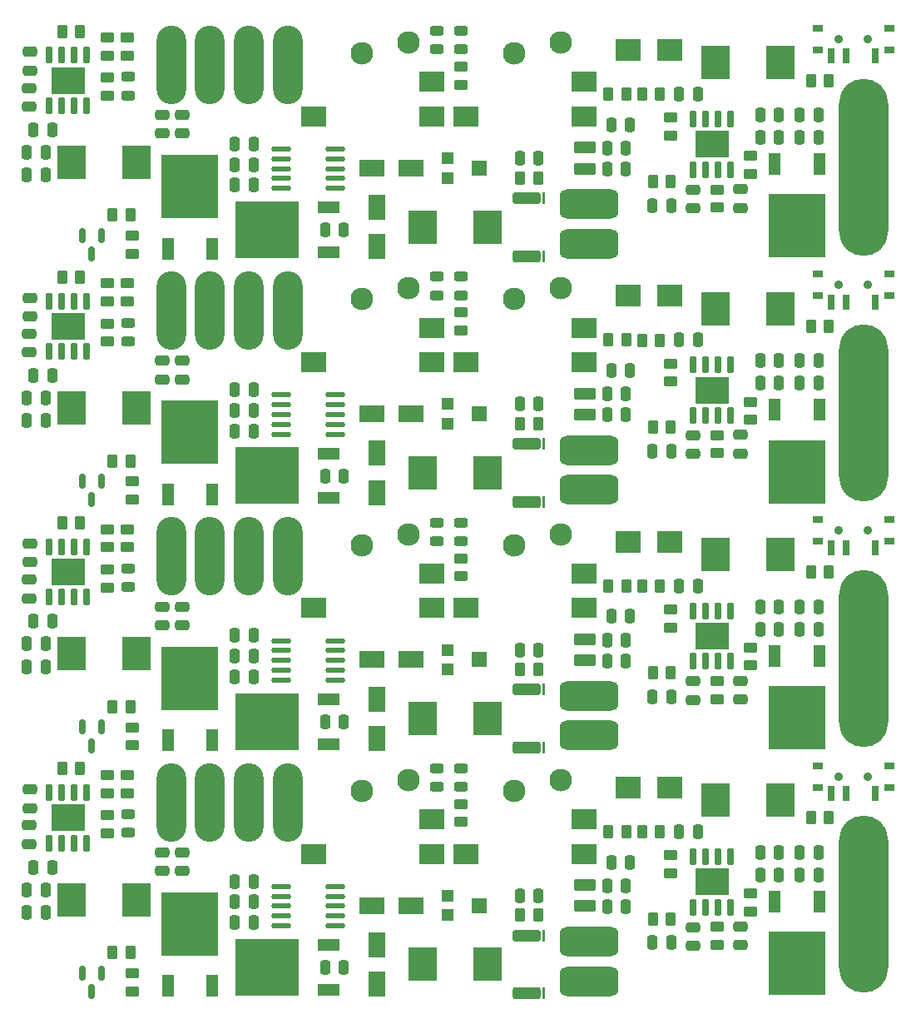
<source format=gbr>
%TF.GenerationSoftware,KiCad,Pcbnew,(6.0.7)*%
%TF.CreationDate,2023-02-24T04:41:47+08:00*%
%TF.ProjectId,PowerPanelization,506f7765-7250-4616-9e65-6c697a617469,rev?*%
%TF.SameCoordinates,Original*%
%TF.FileFunction,Soldermask,Top*%
%TF.FilePolarity,Negative*%
%FSLAX46Y46*%
G04 Gerber Fmt 4.6, Leading zero omitted, Abs format (unit mm)*
G04 Created by KiCad (PCBNEW (6.0.7)) date 2023-02-24 04:41:47*
%MOMM*%
%LPD*%
G01*
G04 APERTURE LIST*
G04 Aperture macros list*
%AMRoundRect*
0 Rectangle with rounded corners*
0 $1 Rounding radius*
0 $2 $3 $4 $5 $6 $7 $8 $9 X,Y pos of 4 corners*
0 Add a 4 corners polygon primitive as box body*
4,1,4,$2,$3,$4,$5,$6,$7,$8,$9,$2,$3,0*
0 Add four circle primitives for the rounded corners*
1,1,$1+$1,$2,$3*
1,1,$1+$1,$4,$5*
1,1,$1+$1,$6,$7*
1,1,$1+$1,$8,$9*
0 Add four rect primitives between the rounded corners*
20,1,$1+$1,$2,$3,$4,$5,0*
20,1,$1+$1,$4,$5,$6,$7,0*
20,1,$1+$1,$6,$7,$8,$9,0*
20,1,$1+$1,$8,$9,$2,$3,0*%
G04 Aperture macros list end*
%ADD10RoundRect,0.250000X-0.450000X0.262500X-0.450000X-0.262500X0.450000X-0.262500X0.450000X0.262500X0*%
%ADD11RoundRect,0.250000X-0.475000X0.250000X-0.475000X-0.250000X0.475000X-0.250000X0.475000X0.250000X0*%
%ADD12RoundRect,0.250000X0.450000X-0.262500X0.450000X0.262500X-0.450000X0.262500X-0.450000X-0.262500X0*%
%ADD13RoundRect,0.250000X-0.262500X-0.450000X0.262500X-0.450000X0.262500X0.450000X-0.262500X0.450000X0*%
%ADD14RoundRect,0.243750X-0.456250X0.243750X-0.456250X-0.243750X0.456250X-0.243750X0.456250X0.243750X0*%
%ADD15RoundRect,0.250000X0.475000X-0.250000X0.475000X0.250000X-0.475000X0.250000X-0.475000X-0.250000X0*%
%ADD16C,2.300000*%
%ADD17R,2.500000X2.000000*%
%ADD18RoundRect,0.250000X0.250000X0.475000X-0.250000X0.475000X-0.250000X-0.475000X0.250000X-0.475000X0*%
%ADD19RoundRect,0.250000X0.262500X0.450000X-0.262500X0.450000X-0.262500X-0.450000X0.262500X-0.450000X0*%
%ADD20RoundRect,0.250000X-0.850000X0.375000X-0.850000X-0.375000X0.850000X-0.375000X0.850000X0.375000X0*%
%ADD21R,3.000000X3.500000*%
%ADD22R,3.400000X2.710000*%
%ADD23RoundRect,0.150000X-0.150000X0.737500X-0.150000X-0.737500X0.150000X-0.737500X0.150000X0.737500X0*%
%ADD24R,1.200000X2.200000*%
%ADD25R,5.800000X6.400000*%
%ADD26RoundRect,0.250000X-0.250000X-0.475000X0.250000X-0.475000X0.250000X0.475000X-0.250000X0.475000X0*%
%ADD27RoundRect,0.150000X0.150000X-0.737500X0.150000X0.737500X-0.150000X0.737500X-0.150000X-0.737500X0*%
%ADD28RoundRect,0.750000X-2.250000X0.750000X-2.250000X-0.750000X2.250000X-0.750000X2.250000X0.750000X0*%
%ADD29O,3.000000X8.000000*%
%ADD30R,1.800000X2.500000*%
%ADD31O,5.000000X18.000000*%
%ADD32RoundRect,0.250000X1.159000X-0.362500X1.159000X0.362500X-1.159000X0.362500X-1.159000X-0.362500X0*%
%ADD33RoundRect,0.051837X0.075163X-0.560663X0.075163X0.560663X-0.075163X0.560663X-0.075163X-0.560663X0*%
%ADD34RoundRect,0.246123X1.162877X-0.356877X1.162877X0.356877X-1.162877X0.356877X-1.162877X-0.356877X0*%
%ADD35R,2.200000X1.200000*%
%ADD36R,6.400000X5.800000*%
%ADD37R,1.000000X0.800000*%
%ADD38C,0.900000*%
%ADD39R,0.700000X1.500000*%
%ADD40R,1.200000X1.200000*%
%ADD41R,1.500000X1.600000*%
%ADD42RoundRect,0.243750X0.456250X-0.243750X0.456250X0.243750X-0.456250X0.243750X-0.456250X-0.243750X0*%
%ADD43RoundRect,0.150000X-0.150000X0.587500X-0.150000X-0.587500X0.150000X-0.587500X0.150000X0.587500X0*%
%ADD44R,2.500000X1.800000*%
%ADD45R,2.500000X2.300000*%
%ADD46O,2.031000X0.560000*%
G04 APERTURE END LIST*
D10*
%TO.C,R2*%
X107330000Y-152837500D03*
X107330000Y-154662500D03*
%TD*%
D11*
%TO.C,C20*%
X169230000Y-148100000D03*
X169230000Y-150000000D03*
%TD*%
D12*
%TO.C,R8*%
X106830000Y-134512500D03*
X106830000Y-132687500D03*
%TD*%
%TO.C,R9*%
X104830000Y-134512500D03*
X104830000Y-132687500D03*
%TD*%
D13*
%TO.C,R12*%
X160317500Y-147300000D03*
X162142500Y-147300000D03*
%TD*%
D12*
%TO.C,R14*%
X170230000Y-146550000D03*
X170230000Y-144725000D03*
%TD*%
D14*
%TO.C,D2*%
X138330000Y-132012500D03*
X138330000Y-133887500D03*
%TD*%
D15*
%TO.C,C8*%
X96830000Y-139700000D03*
X96830000Y-137800000D03*
%TD*%
D16*
%TO.C,DC2*%
X146200000Y-134300000D03*
X150930000Y-133200000D03*
D17*
X141280000Y-140700000D03*
X153280000Y-140700000D03*
X153280000Y-137200000D03*
%TD*%
D18*
%TO.C,C17*%
X164880000Y-138450000D03*
X162980000Y-138450000D03*
%TD*%
D19*
%TO.C,R16*%
X161050000Y-138460000D03*
X159225000Y-138460000D03*
%TD*%
D13*
%TO.C,R7*%
X176417500Y-137050000D03*
X178242500Y-137050000D03*
%TD*%
D20*
%TO.C,L4*%
X153430000Y-143875000D03*
X153430000Y-146025000D03*
%TD*%
D21*
%TO.C,L1*%
X136928000Y-151950000D03*
X143532000Y-151950000D03*
%TD*%
D22*
%TO.C,U3*%
X166330000Y-143550000D03*
D23*
X168235000Y-140987500D03*
X166965000Y-140987500D03*
X165695000Y-140987500D03*
X164425000Y-140987500D03*
X164425000Y-146112500D03*
X165695000Y-146112500D03*
X166965000Y-146112500D03*
X168235000Y-146112500D03*
%TD*%
D18*
%TO.C,C2*%
X119680000Y-143500000D03*
X117780000Y-143500000D03*
%TD*%
D11*
%TO.C,C19*%
X164430000Y-148150000D03*
X164430000Y-150050000D03*
%TD*%
D19*
%TO.C,R6*%
X102042500Y-132050000D03*
X100217500Y-132050000D03*
%TD*%
D10*
%TO.C,R10*%
X104830000Y-136775000D03*
X104830000Y-138600000D03*
%TD*%
D19*
%TO.C,R1*%
X107142500Y-150750000D03*
X105317500Y-150750000D03*
%TD*%
D24*
%TO.C,Q1*%
X110950000Y-154150000D03*
D25*
X113230000Y-147850000D03*
D24*
X115510000Y-154150000D03*
%TD*%
D26*
%TO.C,C4*%
X126980000Y-152275000D03*
X128880000Y-152275000D03*
%TD*%
D19*
%TO.C,R5*%
X148642500Y-146950000D03*
X146817500Y-146950000D03*
%TD*%
D21*
%TO.C,L3*%
X173332000Y-135250000D03*
X166728000Y-135250000D03*
%TD*%
D26*
%TO.C,C15*%
X175280000Y-140550000D03*
X177180000Y-140550000D03*
%TD*%
D18*
%TO.C,C7*%
X99180000Y-142050000D03*
X97280000Y-142050000D03*
%TD*%
D22*
%TO.C,U2*%
X100825000Y-137050000D03*
D27*
X98920000Y-139612500D03*
X100190000Y-139612500D03*
X101460000Y-139612500D03*
X102730000Y-139612500D03*
X102730000Y-134487500D03*
X101460000Y-134487500D03*
X100190000Y-134487500D03*
X98920000Y-134487500D03*
%TD*%
D28*
%TO.C,BT1*%
X153830000Y-149650000D03*
X153830000Y-153650000D03*
%TD*%
D29*
%TO.C,J2*%
X111290000Y-135450000D03*
X115250000Y-135450000D03*
X119210000Y-135450000D03*
X123170000Y-135450000D03*
%TD*%
D26*
%TO.C,C21*%
X156080000Y-141550000D03*
X157980000Y-141550000D03*
%TD*%
D30*
%TO.C,D3*%
X132230000Y-153950000D03*
X132230000Y-149950000D03*
%TD*%
D18*
%TO.C,C13*%
X173130000Y-140550000D03*
X171230000Y-140550000D03*
%TD*%
%TO.C,C6*%
X98530000Y-144350000D03*
X96630000Y-144350000D03*
%TD*%
D19*
%TO.C,R15*%
X157630000Y-138450000D03*
X155805000Y-138450000D03*
%TD*%
D31*
%TO.C,J1*%
X181730000Y-145850000D03*
%TD*%
D18*
%TO.C,C1*%
X119680000Y-145600000D03*
X117780000Y-145600000D03*
%TD*%
D24*
%TO.C,Q4*%
X177310000Y-145550000D03*
D25*
X175030000Y-151850000D03*
D24*
X172750000Y-145550000D03*
%TD*%
D18*
%TO.C,C14*%
X173130000Y-142850000D03*
X171230000Y-142850000D03*
%TD*%
D32*
%TO.C,R4*%
X147464000Y-154912500D03*
D33*
X149254000Y-154912500D03*
X149254000Y-148997000D03*
D34*
X147464000Y-148997000D03*
%TD*%
D26*
%TO.C,C18*%
X160280000Y-149750000D03*
X162180000Y-149750000D03*
%TD*%
D35*
%TO.C,Q3*%
X127330000Y-154530000D03*
D36*
X121030000Y-152250000D03*
D35*
X127330000Y-149970000D03*
%TD*%
D18*
%TO.C,C3*%
X119695000Y-147700000D03*
X117795000Y-147700000D03*
%TD*%
D26*
%TO.C,C16*%
X175280000Y-142850000D03*
X177180000Y-142850000D03*
%TD*%
%TO.C,C22*%
X155680000Y-143950000D03*
X157580000Y-143950000D03*
%TD*%
D37*
%TO.C,SW1*%
X177080000Y-131720000D03*
X177080000Y-133930000D03*
X184380000Y-133930000D03*
D38*
X182230000Y-132820000D03*
D37*
X184380000Y-131720000D03*
D38*
X179230000Y-132820000D03*
D39*
X182980000Y-134580000D03*
X179980000Y-134580000D03*
X178480000Y-134580000D03*
%TD*%
D12*
%TO.C,R13*%
X166830000Y-149962500D03*
X166830000Y-148137500D03*
%TD*%
D40*
%TO.C,RV1*%
X139430000Y-144950000D03*
D41*
X142680000Y-145950000D03*
D40*
X139430000Y-146950000D03*
%TD*%
D18*
%TO.C,C5*%
X98530000Y-146650000D03*
X96630000Y-146650000D03*
%TD*%
D42*
%TO.C,D5*%
X106930000Y-138562500D03*
X106930000Y-136687500D03*
%TD*%
D10*
%TO.C,R3*%
X140830000Y-135637500D03*
X140830000Y-137462500D03*
%TD*%
D11*
%TO.C,C12*%
X110430000Y-140550000D03*
X110430000Y-142450000D03*
%TD*%
D43*
%TO.C,Q2*%
X104180000Y-152812500D03*
X102280000Y-152812500D03*
X103230000Y-154687500D03*
%TD*%
D44*
%TO.C,D4*%
X135730000Y-145950000D03*
X131730000Y-145950000D03*
%TD*%
D45*
%TO.C,D6*%
X157780000Y-133950000D03*
X162080000Y-133950000D03*
%TD*%
D16*
%TO.C,DC1*%
X130725000Y-134300000D03*
X135455000Y-133200000D03*
D17*
X125805000Y-140700000D03*
X137805000Y-140700000D03*
X137805000Y-137200000D03*
%TD*%
D21*
%TO.C,L2*%
X101128000Y-145350000D03*
X107732000Y-145350000D03*
%TD*%
D11*
%TO.C,C11*%
X112430000Y-140550000D03*
X112430000Y-142450000D03*
%TD*%
D18*
%TO.C,C9*%
X148680000Y-144950000D03*
X146780000Y-144950000D03*
%TD*%
D14*
%TO.C,D1*%
X140780000Y-132012500D03*
X140780000Y-133887500D03*
%TD*%
D11*
%TO.C,C10*%
X96930000Y-134150000D03*
X96930000Y-136050000D03*
%TD*%
D10*
%TO.C,R11*%
X162130000Y-140837500D03*
X162130000Y-142662500D03*
%TD*%
D46*
%TO.C,U1*%
X127996000Y-148025000D03*
X127996000Y-147025000D03*
X127996000Y-146025000D03*
X127996000Y-145025000D03*
X127996000Y-144025000D03*
X122464000Y-144025000D03*
X122464000Y-145025000D03*
X122464000Y-146025000D03*
X122464000Y-147025000D03*
X122464000Y-148025000D03*
%TD*%
D26*
%TO.C,C23*%
X155680000Y-146050000D03*
X157580000Y-146050000D03*
%TD*%
D10*
%TO.C,R2*%
X107330000Y-127837500D03*
X107330000Y-129662500D03*
%TD*%
D11*
%TO.C,C20*%
X169230000Y-123100000D03*
X169230000Y-125000000D03*
%TD*%
D12*
%TO.C,R8*%
X106830000Y-109512500D03*
X106830000Y-107687500D03*
%TD*%
%TO.C,R9*%
X104830000Y-109512500D03*
X104830000Y-107687500D03*
%TD*%
D13*
%TO.C,R12*%
X160317500Y-122300000D03*
X162142500Y-122300000D03*
%TD*%
D12*
%TO.C,R14*%
X170230000Y-121550000D03*
X170230000Y-119725000D03*
%TD*%
D14*
%TO.C,D2*%
X138330000Y-107012500D03*
X138330000Y-108887500D03*
%TD*%
D15*
%TO.C,C8*%
X96830000Y-114700000D03*
X96830000Y-112800000D03*
%TD*%
D16*
%TO.C,DC2*%
X146200000Y-109300000D03*
X150930000Y-108200000D03*
D17*
X141280000Y-115700000D03*
X153280000Y-115700000D03*
X153280000Y-112200000D03*
%TD*%
D18*
%TO.C,C17*%
X164880000Y-113450000D03*
X162980000Y-113450000D03*
%TD*%
D19*
%TO.C,R16*%
X161050000Y-113460000D03*
X159225000Y-113460000D03*
%TD*%
D13*
%TO.C,R7*%
X176417500Y-112050000D03*
X178242500Y-112050000D03*
%TD*%
D20*
%TO.C,L4*%
X153430000Y-118875000D03*
X153430000Y-121025000D03*
%TD*%
D21*
%TO.C,L1*%
X136928000Y-126950000D03*
X143532000Y-126950000D03*
%TD*%
D22*
%TO.C,U3*%
X166330000Y-118550000D03*
D23*
X168235000Y-115987500D03*
X166965000Y-115987500D03*
X165695000Y-115987500D03*
X164425000Y-115987500D03*
X164425000Y-121112500D03*
X165695000Y-121112500D03*
X166965000Y-121112500D03*
X168235000Y-121112500D03*
%TD*%
D18*
%TO.C,C2*%
X119680000Y-118500000D03*
X117780000Y-118500000D03*
%TD*%
D11*
%TO.C,C19*%
X164430000Y-123150000D03*
X164430000Y-125050000D03*
%TD*%
D19*
%TO.C,R6*%
X102042500Y-107050000D03*
X100217500Y-107050000D03*
%TD*%
D10*
%TO.C,R10*%
X104830000Y-111775000D03*
X104830000Y-113600000D03*
%TD*%
D19*
%TO.C,R1*%
X107142500Y-125750000D03*
X105317500Y-125750000D03*
%TD*%
D24*
%TO.C,Q1*%
X110950000Y-129150000D03*
D25*
X113230000Y-122850000D03*
D24*
X115510000Y-129150000D03*
%TD*%
D26*
%TO.C,C4*%
X126980000Y-127275000D03*
X128880000Y-127275000D03*
%TD*%
D19*
%TO.C,R5*%
X148642500Y-121950000D03*
X146817500Y-121950000D03*
%TD*%
D21*
%TO.C,L3*%
X173332000Y-110250000D03*
X166728000Y-110250000D03*
%TD*%
D26*
%TO.C,C15*%
X175280000Y-115550000D03*
X177180000Y-115550000D03*
%TD*%
D18*
%TO.C,C7*%
X99180000Y-117050000D03*
X97280000Y-117050000D03*
%TD*%
D22*
%TO.C,U2*%
X100825000Y-112050000D03*
D27*
X98920000Y-114612500D03*
X100190000Y-114612500D03*
X101460000Y-114612500D03*
X102730000Y-114612500D03*
X102730000Y-109487500D03*
X101460000Y-109487500D03*
X100190000Y-109487500D03*
X98920000Y-109487500D03*
%TD*%
D28*
%TO.C,BT1*%
X153830000Y-124650000D03*
X153830000Y-128650000D03*
%TD*%
D29*
%TO.C,J2*%
X111290000Y-110450000D03*
X115250000Y-110450000D03*
X119210000Y-110450000D03*
X123170000Y-110450000D03*
%TD*%
D26*
%TO.C,C21*%
X156080000Y-116550000D03*
X157980000Y-116550000D03*
%TD*%
D30*
%TO.C,D3*%
X132230000Y-128950000D03*
X132230000Y-124950000D03*
%TD*%
D18*
%TO.C,C13*%
X173130000Y-115550000D03*
X171230000Y-115550000D03*
%TD*%
%TO.C,C6*%
X98530000Y-119350000D03*
X96630000Y-119350000D03*
%TD*%
D19*
%TO.C,R15*%
X157630000Y-113450000D03*
X155805000Y-113450000D03*
%TD*%
D31*
%TO.C,J1*%
X181730000Y-120850000D03*
%TD*%
D18*
%TO.C,C1*%
X119680000Y-120600000D03*
X117780000Y-120600000D03*
%TD*%
D24*
%TO.C,Q4*%
X177310000Y-120550000D03*
D25*
X175030000Y-126850000D03*
D24*
X172750000Y-120550000D03*
%TD*%
D18*
%TO.C,C14*%
X173130000Y-117850000D03*
X171230000Y-117850000D03*
%TD*%
D32*
%TO.C,R4*%
X147464000Y-129912500D03*
D33*
X149254000Y-129912500D03*
X149254000Y-123997000D03*
D34*
X147464000Y-123997000D03*
%TD*%
D26*
%TO.C,C18*%
X160280000Y-124750000D03*
X162180000Y-124750000D03*
%TD*%
D35*
%TO.C,Q3*%
X127330000Y-129530000D03*
D36*
X121030000Y-127250000D03*
D35*
X127330000Y-124970000D03*
%TD*%
D18*
%TO.C,C3*%
X119695000Y-122700000D03*
X117795000Y-122700000D03*
%TD*%
D26*
%TO.C,C16*%
X175280000Y-117850000D03*
X177180000Y-117850000D03*
%TD*%
%TO.C,C22*%
X155680000Y-118950000D03*
X157580000Y-118950000D03*
%TD*%
D37*
%TO.C,SW1*%
X177080000Y-106720000D03*
X177080000Y-108930000D03*
X184380000Y-108930000D03*
D38*
X182230000Y-107820000D03*
D37*
X184380000Y-106720000D03*
D38*
X179230000Y-107820000D03*
D39*
X182980000Y-109580000D03*
X179980000Y-109580000D03*
X178480000Y-109580000D03*
%TD*%
D12*
%TO.C,R13*%
X166830000Y-124962500D03*
X166830000Y-123137500D03*
%TD*%
D40*
%TO.C,RV1*%
X139430000Y-119950000D03*
D41*
X142680000Y-120950000D03*
D40*
X139430000Y-121950000D03*
%TD*%
D18*
%TO.C,C5*%
X98530000Y-121650000D03*
X96630000Y-121650000D03*
%TD*%
D42*
%TO.C,D5*%
X106930000Y-113562500D03*
X106930000Y-111687500D03*
%TD*%
D10*
%TO.C,R3*%
X140830000Y-110637500D03*
X140830000Y-112462500D03*
%TD*%
D11*
%TO.C,C12*%
X110430000Y-115550000D03*
X110430000Y-117450000D03*
%TD*%
D43*
%TO.C,Q2*%
X104180000Y-127812500D03*
X102280000Y-127812500D03*
X103230000Y-129687500D03*
%TD*%
D44*
%TO.C,D4*%
X135730000Y-120950000D03*
X131730000Y-120950000D03*
%TD*%
D45*
%TO.C,D6*%
X157780000Y-108950000D03*
X162080000Y-108950000D03*
%TD*%
D16*
%TO.C,DC1*%
X130725000Y-109300000D03*
X135455000Y-108200000D03*
D17*
X125805000Y-115700000D03*
X137805000Y-115700000D03*
X137805000Y-112200000D03*
%TD*%
D21*
%TO.C,L2*%
X101128000Y-120350000D03*
X107732000Y-120350000D03*
%TD*%
D11*
%TO.C,C11*%
X112430000Y-115550000D03*
X112430000Y-117450000D03*
%TD*%
D18*
%TO.C,C9*%
X148680000Y-119950000D03*
X146780000Y-119950000D03*
%TD*%
D14*
%TO.C,D1*%
X140780000Y-107012500D03*
X140780000Y-108887500D03*
%TD*%
D11*
%TO.C,C10*%
X96930000Y-109150000D03*
X96930000Y-111050000D03*
%TD*%
D10*
%TO.C,R11*%
X162130000Y-115837500D03*
X162130000Y-117662500D03*
%TD*%
D46*
%TO.C,U1*%
X127996000Y-123025000D03*
X127996000Y-122025000D03*
X127996000Y-121025000D03*
X127996000Y-120025000D03*
X127996000Y-119025000D03*
X122464000Y-119025000D03*
X122464000Y-120025000D03*
X122464000Y-121025000D03*
X122464000Y-122025000D03*
X122464000Y-123025000D03*
%TD*%
D26*
%TO.C,C23*%
X155680000Y-121050000D03*
X157580000Y-121050000D03*
%TD*%
D10*
%TO.C,R2*%
X107330000Y-102837500D03*
X107330000Y-104662500D03*
%TD*%
D11*
%TO.C,C20*%
X169230000Y-98100000D03*
X169230000Y-100000000D03*
%TD*%
D12*
%TO.C,R8*%
X106830000Y-84512500D03*
X106830000Y-82687500D03*
%TD*%
%TO.C,R9*%
X104830000Y-84512500D03*
X104830000Y-82687500D03*
%TD*%
D13*
%TO.C,R12*%
X160317500Y-97300000D03*
X162142500Y-97300000D03*
%TD*%
D12*
%TO.C,R14*%
X170230000Y-96550000D03*
X170230000Y-94725000D03*
%TD*%
D14*
%TO.C,D2*%
X138330000Y-82012500D03*
X138330000Y-83887500D03*
%TD*%
D15*
%TO.C,C8*%
X96830000Y-89700000D03*
X96830000Y-87800000D03*
%TD*%
D16*
%TO.C,DC2*%
X146200000Y-84300000D03*
X150930000Y-83200000D03*
D17*
X141280000Y-90700000D03*
X153280000Y-90700000D03*
X153280000Y-87200000D03*
%TD*%
D18*
%TO.C,C17*%
X164880000Y-88450000D03*
X162980000Y-88450000D03*
%TD*%
D19*
%TO.C,R16*%
X161050000Y-88460000D03*
X159225000Y-88460000D03*
%TD*%
D13*
%TO.C,R7*%
X176417500Y-87050000D03*
X178242500Y-87050000D03*
%TD*%
D20*
%TO.C,L4*%
X153430000Y-93875000D03*
X153430000Y-96025000D03*
%TD*%
D21*
%TO.C,L1*%
X136928000Y-101950000D03*
X143532000Y-101950000D03*
%TD*%
D22*
%TO.C,U3*%
X166330000Y-93550000D03*
D23*
X168235000Y-90987500D03*
X166965000Y-90987500D03*
X165695000Y-90987500D03*
X164425000Y-90987500D03*
X164425000Y-96112500D03*
X165695000Y-96112500D03*
X166965000Y-96112500D03*
X168235000Y-96112500D03*
%TD*%
D18*
%TO.C,C2*%
X119680000Y-93500000D03*
X117780000Y-93500000D03*
%TD*%
D11*
%TO.C,C19*%
X164430000Y-98150000D03*
X164430000Y-100050000D03*
%TD*%
D19*
%TO.C,R6*%
X102042500Y-82050000D03*
X100217500Y-82050000D03*
%TD*%
D10*
%TO.C,R10*%
X104830000Y-86775000D03*
X104830000Y-88600000D03*
%TD*%
D19*
%TO.C,R1*%
X107142500Y-100750000D03*
X105317500Y-100750000D03*
%TD*%
D24*
%TO.C,Q1*%
X110950000Y-104150000D03*
D25*
X113230000Y-97850000D03*
D24*
X115510000Y-104150000D03*
%TD*%
D26*
%TO.C,C4*%
X126980000Y-102275000D03*
X128880000Y-102275000D03*
%TD*%
D19*
%TO.C,R5*%
X148642500Y-96950000D03*
X146817500Y-96950000D03*
%TD*%
D21*
%TO.C,L3*%
X173332000Y-85250000D03*
X166728000Y-85250000D03*
%TD*%
D26*
%TO.C,C15*%
X175280000Y-90550000D03*
X177180000Y-90550000D03*
%TD*%
D18*
%TO.C,C7*%
X99180000Y-92050000D03*
X97280000Y-92050000D03*
%TD*%
D22*
%TO.C,U2*%
X100825000Y-87050000D03*
D27*
X98920000Y-89612500D03*
X100190000Y-89612500D03*
X101460000Y-89612500D03*
X102730000Y-89612500D03*
X102730000Y-84487500D03*
X101460000Y-84487500D03*
X100190000Y-84487500D03*
X98920000Y-84487500D03*
%TD*%
D28*
%TO.C,BT1*%
X153830000Y-99650000D03*
X153830000Y-103650000D03*
%TD*%
D29*
%TO.C,J2*%
X111290000Y-85450000D03*
X115250000Y-85450000D03*
X119210000Y-85450000D03*
X123170000Y-85450000D03*
%TD*%
D26*
%TO.C,C21*%
X156080000Y-91550000D03*
X157980000Y-91550000D03*
%TD*%
D30*
%TO.C,D3*%
X132230000Y-103950000D03*
X132230000Y-99950000D03*
%TD*%
D18*
%TO.C,C13*%
X173130000Y-90550000D03*
X171230000Y-90550000D03*
%TD*%
%TO.C,C6*%
X98530000Y-94350000D03*
X96630000Y-94350000D03*
%TD*%
D19*
%TO.C,R15*%
X157630000Y-88450000D03*
X155805000Y-88450000D03*
%TD*%
D31*
%TO.C,J1*%
X181730000Y-95850000D03*
%TD*%
D18*
%TO.C,C1*%
X119680000Y-95600000D03*
X117780000Y-95600000D03*
%TD*%
D24*
%TO.C,Q4*%
X177310000Y-95550000D03*
D25*
X175030000Y-101850000D03*
D24*
X172750000Y-95550000D03*
%TD*%
D18*
%TO.C,C14*%
X173130000Y-92850000D03*
X171230000Y-92850000D03*
%TD*%
D32*
%TO.C,R4*%
X147464000Y-104912500D03*
D33*
X149254000Y-104912500D03*
X149254000Y-98997000D03*
D34*
X147464000Y-98997000D03*
%TD*%
D26*
%TO.C,C18*%
X160280000Y-99750000D03*
X162180000Y-99750000D03*
%TD*%
D35*
%TO.C,Q3*%
X127330000Y-104530000D03*
D36*
X121030000Y-102250000D03*
D35*
X127330000Y-99970000D03*
%TD*%
D18*
%TO.C,C3*%
X119695000Y-97700000D03*
X117795000Y-97700000D03*
%TD*%
D26*
%TO.C,C16*%
X175280000Y-92850000D03*
X177180000Y-92850000D03*
%TD*%
%TO.C,C22*%
X155680000Y-93950000D03*
X157580000Y-93950000D03*
%TD*%
D37*
%TO.C,SW1*%
X177080000Y-81720000D03*
X177080000Y-83930000D03*
X184380000Y-83930000D03*
D38*
X182230000Y-82820000D03*
D37*
X184380000Y-81720000D03*
D38*
X179230000Y-82820000D03*
D39*
X182980000Y-84580000D03*
X179980000Y-84580000D03*
X178480000Y-84580000D03*
%TD*%
D12*
%TO.C,R13*%
X166830000Y-99962500D03*
X166830000Y-98137500D03*
%TD*%
D40*
%TO.C,RV1*%
X139430000Y-94950000D03*
D41*
X142680000Y-95950000D03*
D40*
X139430000Y-96950000D03*
%TD*%
D18*
%TO.C,C5*%
X98530000Y-96650000D03*
X96630000Y-96650000D03*
%TD*%
D42*
%TO.C,D5*%
X106930000Y-88562500D03*
X106930000Y-86687500D03*
%TD*%
D10*
%TO.C,R3*%
X140830000Y-85637500D03*
X140830000Y-87462500D03*
%TD*%
D11*
%TO.C,C12*%
X110430000Y-90550000D03*
X110430000Y-92450000D03*
%TD*%
D43*
%TO.C,Q2*%
X104180000Y-102812500D03*
X102280000Y-102812500D03*
X103230000Y-104687500D03*
%TD*%
D44*
%TO.C,D4*%
X135730000Y-95950000D03*
X131730000Y-95950000D03*
%TD*%
D45*
%TO.C,D6*%
X157780000Y-83950000D03*
X162080000Y-83950000D03*
%TD*%
D16*
%TO.C,DC1*%
X130725000Y-84300000D03*
X135455000Y-83200000D03*
D17*
X125805000Y-90700000D03*
X137805000Y-90700000D03*
X137805000Y-87200000D03*
%TD*%
D21*
%TO.C,L2*%
X101128000Y-95350000D03*
X107732000Y-95350000D03*
%TD*%
D11*
%TO.C,C11*%
X112430000Y-90550000D03*
X112430000Y-92450000D03*
%TD*%
D18*
%TO.C,C9*%
X148680000Y-94950000D03*
X146780000Y-94950000D03*
%TD*%
D14*
%TO.C,D1*%
X140780000Y-82012500D03*
X140780000Y-83887500D03*
%TD*%
D11*
%TO.C,C10*%
X96930000Y-84150000D03*
X96930000Y-86050000D03*
%TD*%
D10*
%TO.C,R11*%
X162130000Y-90837500D03*
X162130000Y-92662500D03*
%TD*%
D46*
%TO.C,U1*%
X127996000Y-98025000D03*
X127996000Y-97025000D03*
X127996000Y-96025000D03*
X127996000Y-95025000D03*
X127996000Y-94025000D03*
X122464000Y-94025000D03*
X122464000Y-95025000D03*
X122464000Y-96025000D03*
X122464000Y-97025000D03*
X122464000Y-98025000D03*
%TD*%
D26*
%TO.C,C23*%
X155680000Y-96050000D03*
X157580000Y-96050000D03*
%TD*%
D44*
%TO.C,D4*%
X135730000Y-70950000D03*
X131730000Y-70950000D03*
%TD*%
D45*
%TO.C,D6*%
X157780000Y-58950000D03*
X162080000Y-58950000D03*
%TD*%
D43*
%TO.C,Q2*%
X104180000Y-77812500D03*
X102280000Y-77812500D03*
X103230000Y-79687500D03*
%TD*%
D12*
%TO.C,R14*%
X170230000Y-71550000D03*
X170230000Y-69725000D03*
%TD*%
D28*
%TO.C,BT1*%
X153830000Y-74650000D03*
X153830000Y-78650000D03*
%TD*%
D22*
%TO.C,U2*%
X100825000Y-62050000D03*
D27*
X98920000Y-64612500D03*
X100190000Y-64612500D03*
X101460000Y-64612500D03*
X102730000Y-64612500D03*
X102730000Y-59487500D03*
X101460000Y-59487500D03*
X100190000Y-59487500D03*
X98920000Y-59487500D03*
%TD*%
D13*
%TO.C,R12*%
X160317500Y-72300000D03*
X162142500Y-72300000D03*
%TD*%
D12*
%TO.C,R9*%
X104830000Y-59512500D03*
X104830000Y-57687500D03*
%TD*%
%TO.C,R8*%
X106830000Y-59512500D03*
X106830000Y-57687500D03*
%TD*%
D11*
%TO.C,C20*%
X169230000Y-73100000D03*
X169230000Y-75000000D03*
%TD*%
D10*
%TO.C,R2*%
X107330000Y-77837500D03*
X107330000Y-79662500D03*
%TD*%
D29*
%TO.C,J2*%
X111290000Y-60450000D03*
X115250000Y-60450000D03*
X119210000Y-60450000D03*
X123170000Y-60450000D03*
%TD*%
D18*
%TO.C,C7*%
X99180000Y-67050000D03*
X97280000Y-67050000D03*
%TD*%
D26*
%TO.C,C15*%
X175280000Y-65550000D03*
X177180000Y-65550000D03*
%TD*%
D46*
%TO.C,U1*%
X127996000Y-73025000D03*
X127996000Y-72025000D03*
X127996000Y-71025000D03*
X127996000Y-70025000D03*
X127996000Y-69025000D03*
X122464000Y-69025000D03*
X122464000Y-70025000D03*
X122464000Y-71025000D03*
X122464000Y-72025000D03*
X122464000Y-73025000D03*
%TD*%
D10*
%TO.C,R11*%
X162130000Y-65837500D03*
X162130000Y-67662500D03*
%TD*%
D16*
%TO.C,DC1*%
X130725000Y-59300000D03*
X135455000Y-58200000D03*
D17*
X125805000Y-65700000D03*
X137805000Y-65700000D03*
X137805000Y-62200000D03*
%TD*%
D11*
%TO.C,C11*%
X112430000Y-65550000D03*
X112430000Y-67450000D03*
%TD*%
%TO.C,C10*%
X96930000Y-59150000D03*
X96930000Y-61050000D03*
%TD*%
D14*
%TO.C,D1*%
X140780000Y-57012500D03*
X140780000Y-58887500D03*
%TD*%
D18*
%TO.C,C9*%
X148680000Y-69950000D03*
X146780000Y-69950000D03*
%TD*%
D26*
%TO.C,C23*%
X155680000Y-71050000D03*
X157580000Y-71050000D03*
%TD*%
D21*
%TO.C,L2*%
X101128000Y-70350000D03*
X107732000Y-70350000D03*
%TD*%
D26*
%TO.C,C22*%
X155680000Y-68950000D03*
X157580000Y-68950000D03*
%TD*%
%TO.C,C18*%
X160280000Y-74750000D03*
X162180000Y-74750000D03*
%TD*%
D42*
%TO.C,D5*%
X106930000Y-63562500D03*
X106930000Y-61687500D03*
%TD*%
D19*
%TO.C,R15*%
X157630000Y-63450000D03*
X155805000Y-63450000D03*
%TD*%
D18*
%TO.C,C6*%
X98530000Y-69350000D03*
X96630000Y-69350000D03*
%TD*%
%TO.C,C5*%
X98530000Y-71650000D03*
X96630000Y-71650000D03*
%TD*%
D11*
%TO.C,C12*%
X110430000Y-65550000D03*
X110430000Y-67450000D03*
%TD*%
D40*
%TO.C,RV1*%
X139430000Y-69950000D03*
D41*
X142680000Y-70950000D03*
D40*
X139430000Y-71950000D03*
%TD*%
D37*
%TO.C,SW1*%
X177080000Y-56720000D03*
X177080000Y-58930000D03*
X184380000Y-58930000D03*
D38*
X182230000Y-57820000D03*
D37*
X184380000Y-56720000D03*
D38*
X179230000Y-57820000D03*
D39*
X182980000Y-59580000D03*
X179980000Y-59580000D03*
X178480000Y-59580000D03*
%TD*%
D26*
%TO.C,C16*%
X175280000Y-67850000D03*
X177180000Y-67850000D03*
%TD*%
D18*
%TO.C,C3*%
X119695000Y-72700000D03*
X117795000Y-72700000D03*
%TD*%
%TO.C,C14*%
X173130000Y-67850000D03*
X171230000Y-67850000D03*
%TD*%
D10*
%TO.C,R3*%
X140830000Y-60637500D03*
X140830000Y-62462500D03*
%TD*%
D12*
%TO.C,R13*%
X166830000Y-74962500D03*
X166830000Y-73137500D03*
%TD*%
D18*
%TO.C,C13*%
X173130000Y-65550000D03*
X171230000Y-65550000D03*
%TD*%
D35*
%TO.C,Q3*%
X127330000Y-79530000D03*
D36*
X121030000Y-77250000D03*
D35*
X127330000Y-74970000D03*
%TD*%
D30*
%TO.C,D3*%
X132230000Y-78950000D03*
X132230000Y-74950000D03*
%TD*%
D26*
%TO.C,C21*%
X156080000Y-66550000D03*
X157980000Y-66550000D03*
%TD*%
D32*
%TO.C,R4*%
X147464000Y-79912500D03*
D33*
X149254000Y-79912500D03*
X149254000Y-73997000D03*
D34*
X147464000Y-73997000D03*
%TD*%
D24*
%TO.C,Q4*%
X177310000Y-70550000D03*
D25*
X175030000Y-76850000D03*
D24*
X172750000Y-70550000D03*
%TD*%
D18*
%TO.C,C1*%
X119680000Y-70600000D03*
X117780000Y-70600000D03*
%TD*%
D31*
%TO.C,J1*%
X181730000Y-70850000D03*
%TD*%
D18*
%TO.C,C17*%
X164880000Y-63450000D03*
X162980000Y-63450000D03*
%TD*%
D21*
%TO.C,L3*%
X173332000Y-60250000D03*
X166728000Y-60250000D03*
%TD*%
D19*
%TO.C,R16*%
X161050000Y-63460000D03*
X159225000Y-63460000D03*
%TD*%
D13*
%TO.C,R7*%
X176417500Y-62050000D03*
X178242500Y-62050000D03*
%TD*%
D19*
%TO.C,R5*%
X148642500Y-71950000D03*
X146817500Y-71950000D03*
%TD*%
D11*
%TO.C,C19*%
X164430000Y-73150000D03*
X164430000Y-75050000D03*
%TD*%
D14*
%TO.C,D2*%
X138330000Y-57012500D03*
X138330000Y-58887500D03*
%TD*%
D21*
%TO.C,L1*%
X136928000Y-76950000D03*
X143532000Y-76950000D03*
%TD*%
D19*
%TO.C,R6*%
X102042500Y-57050000D03*
X100217500Y-57050000D03*
%TD*%
D18*
%TO.C,C2*%
X119680000Y-68500000D03*
X117780000Y-68500000D03*
%TD*%
D24*
%TO.C,Q1*%
X110950000Y-79150000D03*
D25*
X113230000Y-72850000D03*
D24*
X115510000Y-79150000D03*
%TD*%
D26*
%TO.C,C4*%
X126980000Y-77275000D03*
X128880000Y-77275000D03*
%TD*%
D19*
%TO.C,R1*%
X107142500Y-75750000D03*
X105317500Y-75750000D03*
%TD*%
D16*
%TO.C,DC2*%
X146200000Y-59300000D03*
X150930000Y-58200000D03*
D17*
X141280000Y-65700000D03*
X153280000Y-65700000D03*
X153280000Y-62200000D03*
%TD*%
D10*
%TO.C,R10*%
X104830000Y-61775000D03*
X104830000Y-63600000D03*
%TD*%
D22*
%TO.C,U3*%
X166330000Y-68550000D03*
D23*
X168235000Y-65987500D03*
X166965000Y-65987500D03*
X165695000Y-65987500D03*
X164425000Y-65987500D03*
X164425000Y-71112500D03*
X165695000Y-71112500D03*
X166965000Y-71112500D03*
X168235000Y-71112500D03*
%TD*%
D15*
%TO.C,C8*%
X96830000Y-64700000D03*
X96830000Y-62800000D03*
%TD*%
D20*
%TO.C,L4*%
X153430000Y-68875000D03*
X153430000Y-71025000D03*
%TD*%
M02*

</source>
